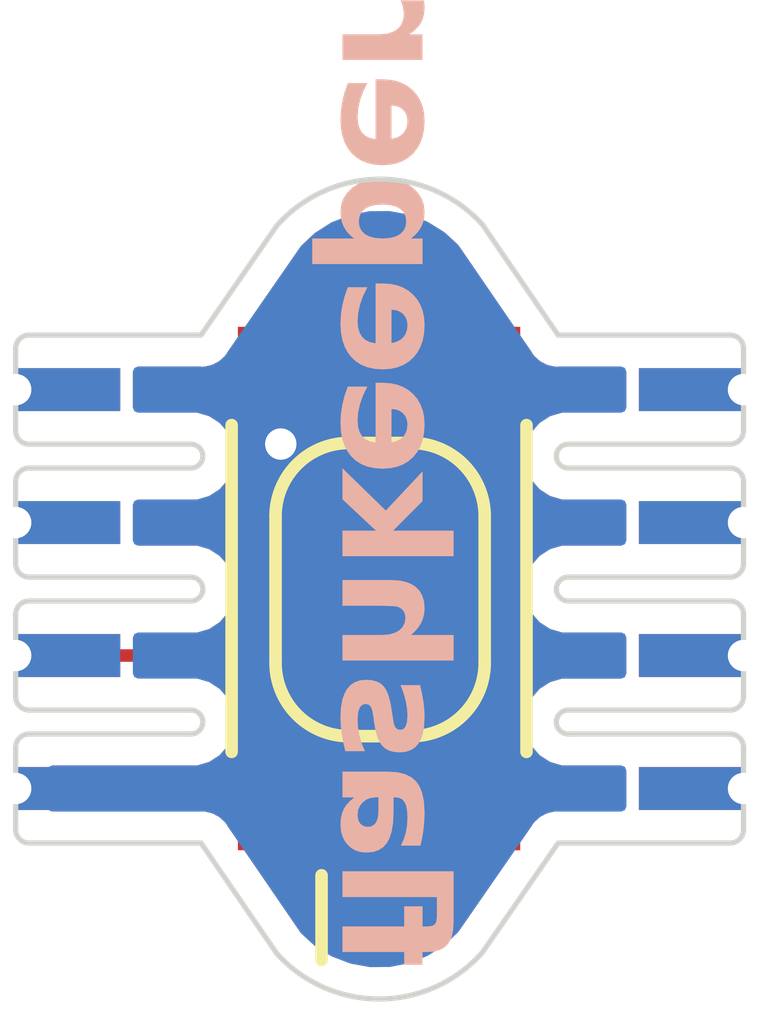
<source format=kicad_pcb>
(kicad_pcb (version 20241229) (generator "pcbnew") (generator_version "9.0")
  (layers (0 "F.Cu" signal) (2 "B.Cu" signal) (13 "F.Paste" user) (15 "B.Paste" user) (5 "F.SilkS" user "F.Silkscreen") (7 "B.SilkS" user "B.Silkscreen") (1 "F.Mask" user) (3 "B.Mask" user) (25 "Edge.Cuts" user))
  (net 0 "")
  (net 1 "{slash}WP")
  (net 2 "GND")
  (net 3 "DO")
  (net 4 "VCC")
  (net 5 "{slash}HOLD")
  (net 6 "CLK")
  (net 7 "{slash}CS")
  (net 8 "DI")
  (footprint "flashkeeper:SolderConnector_SOIC8" (layer "F.Cu") (at 145.355 108.745)
    (property "Reference" "U1" (hide yes))
    (property "Value" "SPI Flash" (hide yes))
    (fp_line (start -3.48 -1.5113) (end -3.48 -2.2987) (stroke (width 0.05)) (layer "Edge.Cuts"))
    (fp_line (start -3.48 -1.0287) (end -3.48 -0.2413) (stroke (width 0.05)) (layer "Edge.Cuts"))
    (fp_line (start -3.48 0.2413) (end -3.48 1.0287) (stroke (width 0.05)) (layer "Edge.Cuts"))
    (fp_line (start -3.48 1.5113) (end -3.48 2.2987) (stroke (width 0.05)) (layer "Edge.Cuts"))
    (fp_line (start -3.353 -2.4257) (end -1.7075 -2.4257) (stroke (width 0.05)) (layer "Edge.Cuts"))
    (fp_line (start -3.353 -1.3843) (end -1.8045 -1.3843) (stroke (width 0.05)) (layer "Edge.Cuts"))
    (fp_line (start -3.353 -0.1143) (end -1.8045 -0.1143) (stroke (width 0.05)) (layer "Edge.Cuts"))
    (fp_line (start -3.353 1.1557) (end -1.8045 1.1557) (stroke (width 0.05)) (layer "Edge.Cuts"))
    (fp_line (start -3.353 2.4257) (end -1.7075 2.4257) (stroke (width 0.05)) (layer "Edge.Cuts"))
    (fp_line (start -1.8045 -1.1557) (end -3.353 -1.1557) (stroke (width 0.05)) (layer "Edge.Cuts"))
    (fp_line (start -1.8045 0.1143) (end -3.353 0.1143) (stroke (width 0.05)) (layer "Edge.Cuts"))
    (fp_line (start -1.8045 1.3843) (end -3.353 1.3843) (stroke (width 0.05)) (layer "Edge.Cuts"))
    (fp_line (start 1.8045 -1.1557) (end 3.353 -1.1557) (stroke (width 0.05)) (layer "Edge.Cuts"))
    (fp_line (start 1.8045 0.1143) (end 3.353 0.1143) (stroke (width 0.05)) (layer "Edge.Cuts"))
    (fp_line (start 1.8045 1.3843) (end 3.353 1.3843) (stroke (width 0.05)) (layer "Edge.Cuts"))
    (fp_line (start 3.353 -2.4257) (end 1.7075 -2.4257) (stroke (width 0.05)) (layer "Edge.Cuts"))
    (fp_line (start 3.353 -1.3843) (end 1.8045 -1.3843) (stroke (width 0.05)) (layer "Edge.Cuts"))
    (fp_line (start 3.353 -0.1143) (end 1.8045 -0.1143) (stroke (width 0.05)) (layer "Edge.Cuts"))
    (fp_line (start 3.353 1.1557) (end 1.8045 1.1557) (stroke (width 0.05)) (layer "Edge.Cuts"))
    (fp_line (start 3.353 2.4257) (end 1.7075 2.4257) (stroke (width 0.05)) (layer "Edge.Cuts"))
    (fp_line (start 3.48 -2.2987) (end 3.48 -1.5113) (stroke (width 0.05)) (layer "Edge.Cuts"))
    (fp_line (start 3.48 -1.0287) (end 3.48 -0.2413) (stroke (width 0.05)) (layer "Edge.Cuts"))
    (fp_line (start 3.48 0.2413) (end 3.48 1.0287) (stroke (width 0.05)) (layer "Edge.Cuts"))
    (fp_line (start 3.48 1.5113) (end 3.48 2.2987) (stroke (width 0.05)) (layer "Edge.Cuts"))
    (fp_arc (start -3.48 -2.2987) (mid -3.442803 -2.388503) (end -3.353 -2.4257) (stroke (width 0.05)) (layer "Edge.Cuts"))
    (fp_arc (start -3.48 -1.0287) (mid -3.442803 -1.118503) (end -3.353 -1.1557) (stroke (width 0.05)) (layer "Edge.Cuts"))
    (fp_arc (start -3.48 0.2413) (mid -3.442803 0.151497) (end -3.353 0.1143) (stroke (width 0.05)) (layer "Edge.Cuts"))
    (fp_arc (start -3.48 1.5113) (mid -3.442803 1.421497) (end -3.353 1.3843) (stroke (width 0.05)) (layer "Edge.Cuts"))
    (fp_arc (start -3.353 -1.3843) (mid -3.442803 -1.421497) (end -3.48 -1.5113) (stroke (width 0.05)) (layer "Edge.Cuts"))
    (fp_arc (start -3.353 -0.1143) (mid -3.442803 -0.151497) (end -3.48 -0.2413) (stroke (width 0.05)) (layer "Edge.Cuts"))
    (fp_arc (start -3.353 1.1557) (mid -3.442803 1.118503) (end -3.48 1.0287) (stroke (width 0.05)) (layer "Edge.Cuts"))
    (fp_arc (start -3.353 2.4257) (mid -3.442803 2.388503) (end -3.48 2.2987) (stroke (width 0.05)) (layer "Edge.Cuts"))
    (fp_arc (start -1.8045 -1.3843) (mid -1.6902 -1.27) (end -1.8045 -1.1557) (stroke (width 0.05)) (layer "Edge.Cuts"))
    (fp_arc (start -1.8045 -0.1143) (mid -1.6902 0) (end -1.8045 0.1143) (stroke (width 0.05)) (layer "Edge.Cuts"))
    (fp_arc (start -1.8045 1.1557) (mid -1.6902 1.27) (end -1.8045 1.3843) (stroke (width 0.05)) (layer "Edge.Cuts"))
    (fp_arc (start 1.8045 -1.1557) (mid 1.6902 -1.27) (end 1.8045 -1.3843) (stroke (width 0.05)) (layer "Edge.Cuts"))
    (fp_arc (start 1.8045 0.1143) (mid 1.6902 0) (end 1.8045 -0.1143) (stroke (width 0.05)) (layer "Edge.Cuts"))
    (fp_arc (start 1.8045 1.3843) (mid 1.6902 1.27) (end 1.8045 1.1557) (stroke (width 0.05)) (layer "Edge.Cuts"))
    (fp_arc (start 3.353 -2.4257) (mid 3.442803 -2.388503) (end 3.48 -2.2987) (stroke (width 0.05)) (layer "Edge.Cuts"))
    (fp_arc (start 3.353 -1.1557) (mid 3.442803 -1.118503) (end 3.48 -1.0287) (stroke (width 0.05)) (layer "Edge.Cuts"))
    (fp_arc (start 3.353 0.1143) (mid 3.442803 0.151497) (end 3.48 0.2413) (stroke (width 0.05)) (layer "Edge.Cuts"))
    (fp_arc (start 3.353 1.3843) (mid 3.442803 1.421497) (end 3.48 1.5113) (stroke (width 0.05)) (layer "Edge.Cuts"))
    (fp_arc (start 3.48 -1.5113) (mid 3.442803 -1.421497) (end 3.353 -1.3843) (stroke (width 0.05)) (layer "Edge.Cuts"))
    (fp_arc (start 3.48 -0.2413) (mid 3.442803 -0.151497) (end 3.353 -0.1143) (stroke (width 0.05)) (layer "Edge.Cuts"))
    (fp_arc (start 3.48 1.0287) (mid 3.442803 1.118503) (end 3.353 1.1557) (stroke (width 0.05)) (layer "Edge.Cuts"))
    (fp_arc (start 3.48 2.2987) (mid 3.442803 2.388503) (end 3.353 2.4257) (stroke (width 0.05)) (layer "Edge.Cuts"))
    (pad "1" thru_hole rect (at -3.48 -1.905) (size 1 0.41) (drill 0.3 (offset 0.5 0)) (property pad_prop_castellated) (layers "*.Cu" "*.Mask") (net 7 "{slash}CS"))
    (pad "2" thru_hole rect (at -3.48 -0.635) (size 1 0.41) (drill 0.3 (offset 0.5 0)) (property pad_prop_castellated) (layers "*.Cu" "*.Mask") (net 3 "DO"))
    (pad "3" thru_hole rect (at -3.48 0.635) (size 1 0.41) (drill 0.3 (offset 0.5 0)) (property pad_prop_castellated) (layers "*.Cu" "*.Mask") (net 1 "{slash}WP"))
    (pad "4" thru_hole rect (at -3.48 1.905) (size 1 0.41) (drill 0.3 (offset 0.5 0)) (property pad_prop_castellated) (layers "*.Cu" "*.Mask") (net 2 "GND"))
    (pad "5" thru_hole rect (at 3.48 1.905 180) (size 1 0.41) (drill 0.3 (offset 0.5 0)) (property pad_prop_castellated) (layers "*.Cu" "*.Mask") (net 8 "DI"))
    (pad "6" thru_hole rect (at 3.48 0.635 180) (size 1 0.41) (drill 0.3 (offset 0.5 0)) (property pad_prop_castellated) (layers "*.Cu" "*.Mask") (net 6 "CLK"))
    (pad "7" thru_hole rect (at 3.48 -0.635 180) (size 1 0.41) (drill 0.3 (offset 0.5 0)) (property pad_prop_castellated) (layers "*.Cu" "*.Mask") (net 5 "{slash}HOLD"))
    (pad "8" thru_hole rect (at 3.48 -1.905 180) (size 1 0.41) (drill 0.3 (offset 0.5 0)) (property pad_prop_castellated) (layers "*.Cu" "*.Mask") (net 4 "VCC"))
  )
  (footprint "Button_Switch_SMD:SW_DIP_SPSTx01_Slide_Copal_CVS-01xB_W5.9mm_P1mm" (layer "F.Cu") (at 145.35 108.74 90)
    (property "Reference" "SW1" (hide yes))
    (property "Value" "SW_DIP_x01" (hide yes))
    (fp_line (start -1.56 -1.41) (end 1.561 -1.41) (stroke (width 0.12)) (layer "F.SilkS"))
    (fp_line (start -3.55 -0.55) (end -2.739 -0.55) (stroke (width 0.12)) (layer "F.SilkS"))
    (fp_line (start -1.56 1.41) (end 1.561 1.41) (stroke (width 0.12)) (layer "F.SilkS"))
    (pad "1" smd rect (at -2.95 0 90) (size 1.2 0.5) (layers "F.Cu" "F.Mask" "F.Paste") (net 2 "GND"))
    (pad "2" smd rect (at 2.95 0 90) (size 1.2 0.5) (layers "F.Cu" "F.Mask" "F.Paste") (net 1 "{slash}WP"))
    (pad "3" smd rect (at -2.15 -1 90) (size 0.7 0.7) (layers "F.Cu" "F.Mask" "F.Paste") (net 2 "GND"))
    (pad "3" smd rect (at -2.15 1 90) (size 0.7 0.7) (layers "F.Cu" "F.Mask" "F.Paste") (net 2 "GND"))
    (pad "3" smd rect (at 2.15 -1 90) (size 0.7 0.7) (layers "F.Cu" "F.Mask" "F.Paste") (net 2 "GND"))
    (pad "3" smd rect (at 2.15 1 90) (size 0.7 0.7) (layers "F.Cu" "F.Mask" "F.Paste") (net 2 "GND"))
  )
  (footprint "Jumper:SolderJumper-2_P1.3mm_Open_RoundedPad1.0x1.5mm" (layer "F.Cu") (at 145.36 108.75 -90)
    (property "Reference" "JP1" (hide yes))
    (property "Value" "WP" (hide yes))
    (fp_line (start 0.7 1) (end -0.7 1) (stroke (width 0.12)) (layer "F.SilkS"))
    (fp_line (start -1.4 0.3) (end -1.4 -0.3) (stroke (width 0.12)) (layer "F.SilkS"))
    (fp_line (start 1.4 -0.3) (end 1.4 0.3) (stroke (width 0.12)) (layer "F.SilkS"))
    (fp_line (start -0.7 -1) (end 0.7 -1) (stroke (width 0.12)) (layer "F.SilkS"))
    (fp_arc (start -0.7 1) (mid -1.194975 0.794975) (end -1.4 0.3) (stroke (width 0.12)) (layer "F.SilkS"))
    (fp_arc (start 1.4 0.3) (mid 1.194975 0.794975) (end 0.7 1) (stroke (width 0.12)) (layer "F.SilkS"))
    (fp_arc (start -1.4 -0.3) (mid -1.194975 -0.794975) (end -0.7 -1) (stroke (width 0.12)) (layer "F.SilkS"))
    (fp_arc (start 0.7 -1) (mid 1.194975 -0.794975) (end 1.4 -0.3) (stroke (width 0.12)) (layer "F.SilkS"))
    (pad "1" smd custom (at -0.65 0 270) (size 1 0.5) (layers "F.Cu" "F.Mask") (net 1 "{slash}WP") (options (clearance outline) (anchor rect)) (primitives (gr_circle (center 0 0.25) (end 0.5 0.25) (width 0) (fill yes)) (gr_circle (center 0 -0.25) (end 0.5 -0.25) (width 0) (fill yes)) (gr_poly (pts (xy 0.5 0.75) (xy 0 0.75) (xy 0 -0.75) (xy 0.5 -0.75)) (width 0) (fill yes))))
    (pad "2" smd custom (at 0.65 0 270) (size 1 0.5) (layers "F.Cu" "F.Mask") (net 2 "GND") (options (clearance outline) (anchor rect)) (primitives (gr_circle (center 0 0.25) (end 0.5 0.25) (width 0) (fill yes)) (gr_circle (center 0 -0.25) (end 0.5 -0.25) (width 0) (fill yes)) (gr_poly (pts (xy 0 0.75) (xy -0.5 0.75) (xy -0.5 -0.75) (xy 0 -0.75)) (width 0) (fill yes))))
  )
  (gr_arc (start 144.370729 105.27602) (mid 145.3524 104.829985) (end 146.339142 105.264687) (stroke (width 0.05)) (layer "Edge.Cuts"))
  (gr_line (start 143.6475 111.1707) (end 144.370858 112.225313) (stroke (width 0.05)) (layer "Edge.Cuts"))
  (gr_line (start 147.0625 111.1707) (end 146.339271 112.21398) (stroke (width 0.05)) (layer "Edge.Cuts"))
  (gr_line (start 143.6475 106.3193) (end 144.370729 105.27602) (stroke (width 0.05)) (layer "Edge.Cuts"))
  (gr_line (start 147.0625 106.3193) (end 146.339142 105.264687) (stroke (width 0.05)) (layer "Edge.Cuts"))
  (gr_arc (start 146.339271 112.21398) (mid 145.3576 112.660015) (end 144.370858 112.225313) (stroke (width 0.05)) (layer "Edge.Cuts"))
  (gr_text "flashkeeper" (at 144.83 112.36 270) (layer "B.SilkS") (effects (font (size 1 1) (thickness 0.1)) (justify left bottom mirror)))
  (segment (start 144.53 108.1) (end 145.36 108.1) (width 0.12) (layer "F.Cu") (net 1))
  (segment (start 144.28 108.35) (end 144.53 108.1) (width 0.12) (layer "F.Cu") (net 1))
  (segment (start 145.36 107.81) (end 145.35 107.8) (width 0.12) (layer "F.Cu") (net 1))
  (segment (start 144.03 109.38) (end 144.28 109.13) (width 0.12) (layer "F.Cu") (net 1))
  (segment (start 144.28 109.13) (end 144.28 108.35) (width 0.12) (layer "F.Cu") (net 1))
  (segment (start 145.35 107.8) (end 145.35 105.74) (width 0.12) (layer "F.Cu") (net 1))
  (segment (start 142.06 109.38) (end 144.03 109.38) (width 0.12) (layer "F.Cu") (net 1))
  (segment (start 145.36 108.1) (end 145.36 107.81) (width 0.12) (layer "F.Cu") (net 1))
  (segment (start 145.36 109.4) (end 145.34 109.38) (width 0.12) (layer "F.Cu") (net 2))
  (segment (start 145.36 111.63) (end 145.35 111.64) (width 0.12) (layer "F.Cu") (net 2))
  (via (at 144.41 107.36) (size 0.6) (drill 0.3) (layers "F.Cu" "B.Cu") (net 2))
  (zone (net 2) (net_name "GND") (layers "F.Cu" "B.Cu") (connect_pads yes (clearance 0.1)) (min_thickness 0.1) (fill yes (thermal_gap 0.5) (thermal_bridge_width 0.5))
    (polygon (pts (xy 148.936365 104.585856) (xy 148.93437 112.905333) (xy 141.83437 112.905333) (xy 141.836365 104.585856)))
  )
)
</source>
